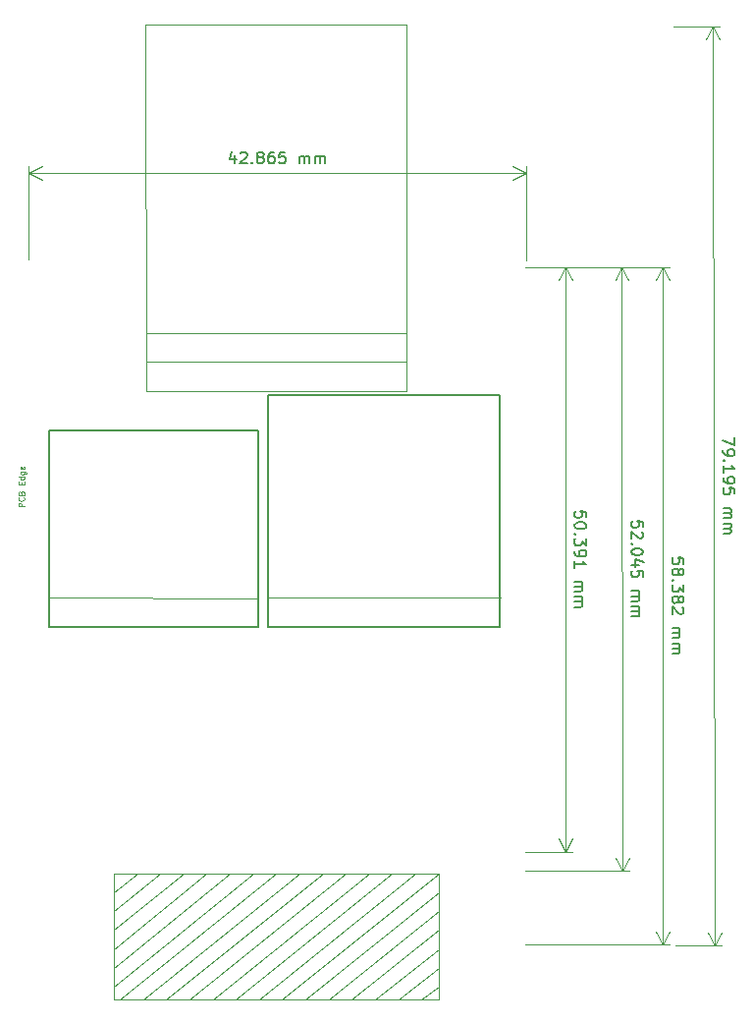
<source format=gbr>
%TF.GenerationSoftware,KiCad,Pcbnew,(5.1.10)-1*%
%TF.CreationDate,2021-06-27T19:43:52+02:00*%
%TF.ProjectId,clip,636c6970-2e6b-4696-9361-645f70636258,rev?*%
%TF.SameCoordinates,Original*%
%TF.FileFunction,OtherDrawing,Comment*%
%FSLAX46Y46*%
G04 Gerber Fmt 4.6, Leading zero omitted, Abs format (unit mm)*
G04 Created by KiCad (PCBNEW (5.1.10)-1) date 2021-06-27 19:43:52*
%MOMM*%
%LPD*%
G01*
G04 APERTURE LIST*
%ADD10C,0.150000*%
%ADD11C,0.120000*%
%ADD12C,0.100000*%
%ADD13C,0.080000*%
G04 APERTURE END LIST*
D10*
X188367319Y-87966748D02*
X188369029Y-88633412D01*
X187367933Y-88207408D01*
X187370132Y-89064548D02*
X187370621Y-89255024D01*
X187418484Y-89350139D01*
X187466225Y-89397636D01*
X187609326Y-89492507D01*
X187799924Y-89539638D01*
X188180875Y-89538660D01*
X188275991Y-89490797D01*
X188323487Y-89443056D01*
X188370862Y-89347696D01*
X188370373Y-89157220D01*
X188322510Y-89062105D01*
X188274769Y-89014608D01*
X188179409Y-88967233D01*
X187941315Y-88967844D01*
X187846199Y-89015708D01*
X187798702Y-89063449D01*
X187751328Y-89158809D01*
X187751816Y-89349284D01*
X187799680Y-89444400D01*
X187847421Y-89491897D01*
X187942781Y-89539271D01*
X187467691Y-89969063D02*
X187420195Y-90016804D01*
X187372454Y-89969307D01*
X187419950Y-89921566D01*
X187467691Y-89969063D01*
X187372454Y-89969307D01*
X187375019Y-90969304D02*
X187373553Y-90397877D01*
X187374286Y-90683591D02*
X188374283Y-90681025D01*
X188231182Y-90586154D01*
X188135700Y-90491160D01*
X188087837Y-90396045D01*
X187376241Y-91445493D02*
X187376730Y-91635968D01*
X187424593Y-91731084D01*
X187472334Y-91778581D01*
X187615435Y-91873452D01*
X187806033Y-91920582D01*
X188186984Y-91919605D01*
X188282100Y-91871741D01*
X188329597Y-91824000D01*
X188376971Y-91728640D01*
X188376482Y-91538165D01*
X188328619Y-91443049D01*
X188280878Y-91395553D01*
X188185518Y-91348178D01*
X187947424Y-91348789D01*
X187852308Y-91396652D01*
X187804811Y-91444393D01*
X187757437Y-91539753D01*
X187757926Y-91730229D01*
X187805789Y-91825344D01*
X187853530Y-91872841D01*
X187948890Y-91920216D01*
X188379781Y-92823875D02*
X188378559Y-92347686D01*
X187902248Y-92301289D01*
X187949989Y-92348786D01*
X187997853Y-92443901D01*
X187998464Y-92681996D01*
X187951089Y-92777356D01*
X187903592Y-92825097D01*
X187808477Y-92872960D01*
X187570382Y-92873571D01*
X187475022Y-92826196D01*
X187427281Y-92778700D01*
X187379418Y-92683584D01*
X187378807Y-92445490D01*
X187426182Y-92350130D01*
X187473678Y-92302389D01*
X187382961Y-94064532D02*
X188049626Y-94062821D01*
X187954388Y-94063066D02*
X188002129Y-94110562D01*
X188049992Y-94205678D01*
X188050359Y-94348535D01*
X188002984Y-94443895D01*
X187907869Y-94491758D01*
X187384061Y-94493102D01*
X187907869Y-94491758D02*
X188003229Y-94539132D01*
X188051092Y-94634248D01*
X188051459Y-94777105D01*
X188004084Y-94872465D01*
X187908968Y-94920328D01*
X187385161Y-94921672D01*
X187386382Y-95397861D02*
X188053047Y-95396150D01*
X187957809Y-95396395D02*
X188005550Y-95443891D01*
X188053413Y-95539007D01*
X188053780Y-95681864D01*
X188006405Y-95777224D01*
X187911290Y-95825087D01*
X187387482Y-95826431D01*
X187911290Y-95825087D02*
X188006650Y-95872461D01*
X188054513Y-95967577D01*
X188054880Y-96110434D01*
X188007505Y-96205794D01*
X187912389Y-96253657D01*
X187388582Y-96255001D01*
D11*
X186458858Y-52564545D02*
X186662058Y-131759205D01*
X183059569Y-52573267D02*
X187045277Y-52563040D01*
X183262769Y-131767927D02*
X187248477Y-131757700D01*
X186662058Y-131759205D02*
X186072749Y-130634210D01*
X186662058Y-131759205D02*
X187245586Y-130631200D01*
X186458858Y-52564545D02*
X185875330Y-53692550D01*
X186458858Y-52564545D02*
X187048167Y-53689540D01*
D10*
X183972506Y-98841075D02*
X183972340Y-98364885D01*
X183496133Y-98317432D01*
X183543769Y-98365034D01*
X183591421Y-98460256D01*
X183591504Y-98698351D01*
X183543918Y-98793606D01*
X183496315Y-98841241D01*
X183401094Y-98888893D01*
X183162999Y-98888976D01*
X183067744Y-98841390D01*
X183020108Y-98793788D01*
X182972456Y-98698566D01*
X182972373Y-98460471D01*
X183019959Y-98365217D01*
X183067562Y-98317581D01*
X183544150Y-99460272D02*
X183591736Y-99365018D01*
X183639338Y-99317382D01*
X183734560Y-99269730D01*
X183782179Y-99269713D01*
X183877434Y-99317299D01*
X183925069Y-99364902D01*
X183972721Y-99460123D01*
X183972788Y-99650599D01*
X183925202Y-99745854D01*
X183877599Y-99793490D01*
X183782378Y-99841142D01*
X183734759Y-99841158D01*
X183639504Y-99793572D01*
X183591868Y-99745970D01*
X183544216Y-99650748D01*
X183544150Y-99460272D01*
X183496498Y-99365051D01*
X183448862Y-99317448D01*
X183353607Y-99269862D01*
X183163131Y-99269929D01*
X183067910Y-99317581D01*
X183020307Y-99365216D01*
X182972721Y-99460471D01*
X182972788Y-99650947D01*
X183020440Y-99746169D01*
X183068076Y-99793771D01*
X183163330Y-99841357D01*
X183353806Y-99841291D01*
X183449028Y-99793639D01*
X183496630Y-99746003D01*
X183544216Y-99650748D01*
X183068241Y-100269962D02*
X183020639Y-100317597D01*
X182973003Y-100269995D01*
X183020606Y-100222359D01*
X183068241Y-100269962D01*
X182973003Y-100269995D01*
X183973136Y-100650599D02*
X183973351Y-101269647D01*
X183592283Y-100936446D01*
X183592333Y-101079303D01*
X183544747Y-101174558D01*
X183497144Y-101222193D01*
X183401923Y-101269846D01*
X183163827Y-101269929D01*
X183068573Y-101222343D01*
X183020937Y-101174740D01*
X182973285Y-101079519D01*
X182973185Y-100793804D01*
X183020771Y-100698550D01*
X183068374Y-100650914D01*
X183544979Y-101841224D02*
X183592565Y-101745970D01*
X183640167Y-101698334D01*
X183735389Y-101650682D01*
X183783008Y-101650665D01*
X183878262Y-101698251D01*
X183925898Y-101745854D01*
X183973550Y-101841075D01*
X183973616Y-102031551D01*
X183926030Y-102126806D01*
X183878428Y-102174442D01*
X183783206Y-102222094D01*
X183735587Y-102222111D01*
X183640333Y-102174525D01*
X183592697Y-102126922D01*
X183545045Y-102031701D01*
X183544979Y-101841224D01*
X183497326Y-101746003D01*
X183449691Y-101698400D01*
X183354436Y-101650815D01*
X183163960Y-101650881D01*
X183068738Y-101698533D01*
X183021136Y-101746169D01*
X182973550Y-101841423D01*
X182973616Y-102031900D01*
X183021269Y-102127121D01*
X183068904Y-102174724D01*
X183164159Y-102222309D01*
X183354635Y-102222243D01*
X183449857Y-102174591D01*
X183497459Y-102126955D01*
X183545045Y-102031701D01*
X183878577Y-102603013D02*
X183926213Y-102650616D01*
X183973865Y-102745837D01*
X183973948Y-102983932D01*
X183926362Y-103079187D01*
X183878759Y-103126823D01*
X183783538Y-103174475D01*
X183688300Y-103174508D01*
X183545426Y-103126939D01*
X182973799Y-102555709D01*
X182974014Y-103174757D01*
X182974429Y-104365233D02*
X183641095Y-104365001D01*
X183545857Y-104365034D02*
X183593493Y-104412636D01*
X183641145Y-104507858D01*
X183641195Y-104650715D01*
X183593609Y-104745970D01*
X183498387Y-104793622D01*
X182974578Y-104793804D01*
X183498387Y-104793622D02*
X183593642Y-104841208D01*
X183641294Y-104936429D01*
X183641344Y-105079286D01*
X183593758Y-105174541D01*
X183498536Y-105222193D01*
X182974727Y-105222376D01*
X182974893Y-105698566D02*
X183641559Y-105698334D01*
X183546321Y-105698367D02*
X183593957Y-105745970D01*
X183641609Y-105841191D01*
X183641659Y-105984048D01*
X183594073Y-106079303D01*
X183498851Y-106126955D01*
X182975042Y-106127137D01*
X183498851Y-106126955D02*
X183594106Y-106174541D01*
X183641758Y-106269762D01*
X183641808Y-106412620D01*
X183594222Y-106507874D01*
X183499000Y-106555526D01*
X182975191Y-106555709D01*
D11*
X182145987Y-73269806D02*
X182166307Y-131651706D01*
X170324780Y-73273920D02*
X182732408Y-73269601D01*
X170345100Y-131655820D02*
X182752728Y-131651501D01*
X182166307Y-131651706D02*
X181579494Y-130525406D01*
X182166307Y-131651706D02*
X182752336Y-130524998D01*
X182145987Y-73269806D02*
X181559958Y-74396514D01*
X182145987Y-73269806D02*
X182732800Y-74396106D01*
X137596880Y-81424780D02*
X160060640Y-81424780D01*
X137607040Y-78940660D02*
X160070800Y-78940660D01*
X160065720Y-52417980D02*
X160050480Y-83949540D01*
X137607040Y-83969860D02*
X160055560Y-83949540D01*
X137612120Y-83969860D02*
X137571480Y-52407820D01*
X137515600Y-52407820D02*
X160080960Y-52423060D01*
D10*
X145272865Y-63698293D02*
X145271996Y-64364959D01*
X145035267Y-63317031D02*
X144796241Y-64031005D01*
X145415288Y-64031812D01*
X145749366Y-63460819D02*
X145797047Y-63413262D01*
X145892347Y-63365767D01*
X146130442Y-63366077D01*
X146225618Y-63413821D01*
X146273175Y-63461502D01*
X146320670Y-63556802D01*
X146320546Y-63652040D01*
X146272740Y-63794835D01*
X145700567Y-64365518D01*
X146319614Y-64366325D01*
X146748310Y-64271645D02*
X146795867Y-64319327D01*
X146748185Y-64366884D01*
X146700629Y-64319202D01*
X146748310Y-64271645D01*
X146748185Y-64366884D01*
X147367977Y-63796262D02*
X147272802Y-63748519D01*
X147225245Y-63700838D01*
X147177750Y-63605538D01*
X147177812Y-63557919D01*
X147225555Y-63462743D01*
X147273236Y-63415186D01*
X147368536Y-63367691D01*
X147559012Y-63367940D01*
X147654188Y-63415683D01*
X147701745Y-63463364D01*
X147749240Y-63558664D01*
X147749178Y-63606283D01*
X147701435Y-63701459D01*
X147653754Y-63749016D01*
X147558453Y-63796511D01*
X147367977Y-63796262D01*
X147272677Y-63843757D01*
X147224996Y-63891314D01*
X147177253Y-63986490D01*
X147177005Y-64176966D01*
X147224500Y-64272266D01*
X147272057Y-64319947D01*
X147367233Y-64367691D01*
X147557709Y-64367939D01*
X147653009Y-64320444D01*
X147700690Y-64272887D01*
X147748433Y-64177711D01*
X147748681Y-63987235D01*
X147701186Y-63891935D01*
X147653629Y-63844254D01*
X147558453Y-63796511D01*
X148606630Y-63369305D02*
X148416154Y-63369057D01*
X148320854Y-63416552D01*
X148273173Y-63464109D01*
X148177749Y-63606842D01*
X148129882Y-63797256D01*
X148129385Y-64178208D01*
X148176880Y-64273508D01*
X148224437Y-64321189D01*
X148319613Y-64368932D01*
X148510089Y-64369180D01*
X148605389Y-64321686D01*
X148653070Y-64274129D01*
X148700813Y-64178953D01*
X148701123Y-63940858D01*
X148653629Y-63845558D01*
X148606072Y-63797876D01*
X148510896Y-63750133D01*
X148320420Y-63749885D01*
X148225120Y-63797380D01*
X148177439Y-63844937D01*
X148129695Y-63940113D01*
X149606629Y-63370609D02*
X149130439Y-63369988D01*
X149082200Y-63846116D01*
X149129881Y-63798559D01*
X149225181Y-63751064D01*
X149463276Y-63751375D01*
X149558452Y-63799118D01*
X149606009Y-63846799D01*
X149653504Y-63942099D01*
X149653193Y-64180194D01*
X149605450Y-64275370D01*
X149557769Y-64322927D01*
X149462469Y-64370422D01*
X149224374Y-64370112D01*
X149129198Y-64322368D01*
X149081641Y-64274687D01*
X150843420Y-64372222D02*
X150844289Y-63705556D01*
X150844165Y-63800794D02*
X150891846Y-63753237D01*
X150987146Y-63705742D01*
X151130003Y-63705929D01*
X151225179Y-63753672D01*
X151272674Y-63848972D01*
X151271991Y-64372781D01*
X151272674Y-63848972D02*
X151320417Y-63753796D01*
X151415717Y-63706301D01*
X151558574Y-63706487D01*
X151653750Y-63754230D01*
X151701245Y-63849530D01*
X151700562Y-64373340D01*
X152176752Y-64373960D02*
X152177621Y-63707294D01*
X152177497Y-63802532D02*
X152225178Y-63754975D01*
X152320478Y-63707480D01*
X152463335Y-63707667D01*
X152558511Y-63755410D01*
X152606006Y-63850710D01*
X152605323Y-64374519D01*
X152606006Y-63850710D02*
X152653749Y-63755534D01*
X152749049Y-63708039D01*
X152891906Y-63708225D01*
X152987082Y-63755969D01*
X153034577Y-63851269D01*
X153033894Y-64375078D01*
D11*
X127505074Y-65159418D02*
X170370114Y-65215298D01*
X127495300Y-72656700D02*
X127505838Y-64572998D01*
X170360340Y-72712580D02*
X170370878Y-64628878D01*
X170370114Y-65215298D02*
X169242847Y-65800250D01*
X170370114Y-65215298D02*
X169244376Y-64627409D01*
X127505074Y-65159418D02*
X128630812Y-65747307D01*
X127505074Y-65159418D02*
X128632341Y-64574466D01*
D10*
X175568859Y-94847862D02*
X175568859Y-94371671D01*
X175092668Y-94324052D01*
X175140287Y-94371671D01*
X175187906Y-94466910D01*
X175187906Y-94705005D01*
X175140287Y-94800243D01*
X175092668Y-94847862D01*
X174997430Y-94895481D01*
X174759335Y-94895481D01*
X174664097Y-94847862D01*
X174616478Y-94800243D01*
X174568859Y-94705005D01*
X174568859Y-94466910D01*
X174616478Y-94371671D01*
X174664097Y-94324052D01*
X175568859Y-95514529D02*
X175568859Y-95609767D01*
X175521240Y-95705005D01*
X175473620Y-95752624D01*
X175378382Y-95800243D01*
X175187906Y-95847862D01*
X174949811Y-95847862D01*
X174759335Y-95800243D01*
X174664097Y-95752624D01*
X174616478Y-95705005D01*
X174568859Y-95609767D01*
X174568859Y-95514529D01*
X174616478Y-95419290D01*
X174664097Y-95371671D01*
X174759335Y-95324052D01*
X174949811Y-95276433D01*
X175187906Y-95276433D01*
X175378382Y-95324052D01*
X175473620Y-95371671D01*
X175521240Y-95419290D01*
X175568859Y-95514529D01*
X174664097Y-96276433D02*
X174616478Y-96324052D01*
X174568859Y-96276433D01*
X174616478Y-96228814D01*
X174664097Y-96276433D01*
X174568859Y-96276433D01*
X175568859Y-96657386D02*
X175568859Y-97276433D01*
X175187906Y-96943100D01*
X175187906Y-97085957D01*
X175140287Y-97181195D01*
X175092668Y-97228814D01*
X174997430Y-97276433D01*
X174759335Y-97276433D01*
X174664097Y-97228814D01*
X174616478Y-97181195D01*
X174568859Y-97085957D01*
X174568859Y-96800243D01*
X174616478Y-96705005D01*
X174664097Y-96657386D01*
X174568859Y-97752624D02*
X174568859Y-97943100D01*
X174616478Y-98038338D01*
X174664097Y-98085957D01*
X174806954Y-98181195D01*
X174997430Y-98228814D01*
X175378382Y-98228814D01*
X175473620Y-98181195D01*
X175521240Y-98133576D01*
X175568859Y-98038338D01*
X175568859Y-97847862D01*
X175521240Y-97752624D01*
X175473620Y-97705005D01*
X175378382Y-97657386D01*
X175140287Y-97657386D01*
X175045049Y-97705005D01*
X174997430Y-97752624D01*
X174949811Y-97847862D01*
X174949811Y-98038338D01*
X174997430Y-98133576D01*
X175045049Y-98181195D01*
X175140287Y-98228814D01*
X174568859Y-99181195D02*
X174568859Y-98609767D01*
X174568859Y-98895481D02*
X175568859Y-98895481D01*
X175426001Y-98800243D01*
X175330763Y-98705005D01*
X175283144Y-98609767D01*
X174568859Y-100371671D02*
X175235525Y-100371671D01*
X175140287Y-100371671D02*
X175187906Y-100419290D01*
X175235525Y-100514529D01*
X175235525Y-100657386D01*
X175187906Y-100752624D01*
X175092668Y-100800243D01*
X174568859Y-100800243D01*
X175092668Y-100800243D02*
X175187906Y-100847862D01*
X175235525Y-100943100D01*
X175235525Y-101085957D01*
X175187906Y-101181195D01*
X175092668Y-101228814D01*
X174568859Y-101228814D01*
X174568859Y-101705005D02*
X175235525Y-101705005D01*
X175140287Y-101705005D02*
X175187906Y-101752624D01*
X175235525Y-101847862D01*
X175235525Y-101990719D01*
X175187906Y-102085957D01*
X175092668Y-102133576D01*
X174568859Y-102133576D01*
X175092668Y-102133576D02*
X175187906Y-102181195D01*
X175235525Y-102276433D01*
X175235525Y-102419290D01*
X175187906Y-102514529D01*
X175092668Y-102562148D01*
X174568859Y-102562148D01*
D11*
X173751240Y-73271380D02*
X173751240Y-123662440D01*
X170324780Y-73271380D02*
X174337661Y-73271380D01*
X170324780Y-123662440D02*
X174337661Y-123662440D01*
X173751240Y-123662440D02*
X173164819Y-122535936D01*
X173751240Y-123662440D02*
X174337661Y-122535936D01*
X173751240Y-73271380D02*
X173164819Y-74397884D01*
X173751240Y-73271380D02*
X174337661Y-74397884D01*
D10*
X180472924Y-95677734D02*
X180472831Y-95201544D01*
X179996631Y-95154017D01*
X180044260Y-95201627D01*
X180091897Y-95296856D01*
X180091944Y-95534951D01*
X180044343Y-95630199D01*
X179996734Y-95677827D01*
X179901505Y-95725465D01*
X179663410Y-95725511D01*
X179568162Y-95677911D01*
X179520534Y-95630301D01*
X179472896Y-95535072D01*
X179472850Y-95296977D01*
X179520450Y-95201729D01*
X179568060Y-95154101D01*
X180377770Y-96106324D02*
X180425398Y-96153934D01*
X180473036Y-96249163D01*
X180473082Y-96487258D01*
X180425482Y-96582505D01*
X180377872Y-96630134D01*
X180282643Y-96677771D01*
X180187405Y-96677790D01*
X180044539Y-96630199D01*
X179472998Y-96058882D01*
X179473119Y-96677929D01*
X179568441Y-97106482D02*
X179520831Y-97154110D01*
X179473203Y-97106501D01*
X179520813Y-97058872D01*
X179568441Y-97106482D01*
X179473203Y-97106501D01*
X180473333Y-97772972D02*
X180473352Y-97868210D01*
X180425751Y-97963458D01*
X180378141Y-98011086D01*
X180282913Y-98058724D01*
X180092446Y-98106380D01*
X179854351Y-98106426D01*
X179663865Y-98058844D01*
X179568618Y-98011244D01*
X179520989Y-97963634D01*
X179473352Y-97868405D01*
X179473333Y-97773167D01*
X179520934Y-97677920D01*
X179568543Y-97630292D01*
X179663772Y-97582654D01*
X179854239Y-97534998D01*
X180092334Y-97534951D01*
X180282820Y-97582533D01*
X180378067Y-97630134D01*
X180425695Y-97677743D01*
X180473333Y-97772972D01*
X180140232Y-98963513D02*
X179473565Y-98963643D01*
X180521138Y-98725344D02*
X179806806Y-98487388D01*
X179806927Y-99106436D01*
X180473761Y-99963448D02*
X180473668Y-99487258D01*
X179997468Y-99439732D01*
X180045096Y-99487341D01*
X180092734Y-99582570D01*
X180092780Y-99820665D01*
X180045180Y-99915913D01*
X179997570Y-99963541D01*
X179902341Y-100011179D01*
X179664246Y-100011225D01*
X179568999Y-99963625D01*
X179521370Y-99916015D01*
X179473733Y-99820786D01*
X179473686Y-99582691D01*
X179521287Y-99487444D01*
X179568897Y-99439815D01*
X179474002Y-101201739D02*
X180140669Y-101201609D01*
X180045431Y-101201627D02*
X180093059Y-101249237D01*
X180140697Y-101344466D01*
X180140725Y-101487323D01*
X180093124Y-101582570D01*
X179997896Y-101630208D01*
X179474086Y-101630310D01*
X179997896Y-101630208D02*
X180093143Y-101677808D01*
X180140781Y-101773037D01*
X180140808Y-101915894D01*
X180093208Y-102011142D01*
X179997979Y-102058779D01*
X179474170Y-102058882D01*
X179474263Y-102535072D02*
X180140929Y-102534942D01*
X180045691Y-102534960D02*
X180093320Y-102582570D01*
X180140957Y-102677799D01*
X180140985Y-102820656D01*
X180093385Y-102915904D01*
X179998156Y-102963541D01*
X179474346Y-102963643D01*
X179998156Y-102963541D02*
X180093403Y-103011142D01*
X180141041Y-103106370D01*
X180141069Y-103249228D01*
X180093468Y-103344475D01*
X179998240Y-103392113D01*
X179474430Y-103392215D01*
D11*
X178650932Y-73274837D02*
X178661092Y-125319437D01*
X170334940Y-73276460D02*
X179237353Y-73274722D01*
X170345100Y-125321060D02*
X179247513Y-125319322D01*
X178661092Y-125319437D02*
X178074451Y-124193048D01*
X178661092Y-125319437D02*
X179247293Y-124192819D01*
X178650932Y-73274837D02*
X178064731Y-74401455D01*
X178650932Y-73274837D02*
X179237573Y-74401226D01*
D10*
X147248100Y-95303960D02*
X147248100Y-96303960D01*
X147248100Y-94303960D02*
X147248100Y-95303960D01*
X147248100Y-93303960D02*
X147248100Y-94303960D01*
X147248100Y-96303960D02*
X147248100Y-97303960D01*
X148151400Y-84318360D02*
X148151400Y-104318360D01*
D11*
X148133400Y-101785360D02*
X168173400Y-101785360D01*
X129247100Y-101781960D02*
X147217100Y-101811960D01*
D10*
X168151400Y-84318360D02*
X148151400Y-84318360D01*
X168151400Y-104318360D02*
X168151400Y-84318360D01*
X148151400Y-104318360D02*
X168151400Y-104318360D01*
X129248100Y-104303960D02*
X129248100Y-87400760D01*
X147248100Y-104303960D02*
X129248100Y-104303960D01*
X147248100Y-103303960D02*
X147248100Y-104303960D01*
X147248100Y-102303960D02*
X147248100Y-103303960D01*
X147248100Y-101303960D02*
X147248100Y-102303960D01*
X147248100Y-100303960D02*
X147248100Y-101303960D01*
X147248100Y-99303960D02*
X147248100Y-100303960D01*
X147248100Y-98303960D02*
X147248100Y-99303960D01*
X147248100Y-97303960D02*
X147248100Y-98303960D01*
X147248100Y-92303960D02*
X147248100Y-93303960D01*
X147248100Y-91303960D02*
X147248100Y-92303960D01*
X147248100Y-90303960D02*
X147248100Y-91303960D01*
X147248100Y-89303960D02*
X147248100Y-90303960D01*
X147248100Y-88303960D02*
X147248100Y-89303960D01*
X147248100Y-87401960D02*
X147248100Y-88903960D01*
X129248100Y-87401960D02*
X147248100Y-87401960D01*
D12*
%TO.C,U3*%
X134830000Y-127185000D02*
X136830000Y-125570000D01*
X134830000Y-128800000D02*
X138830000Y-125570000D01*
X134830000Y-130415000D02*
X140830000Y-125570000D01*
X134830000Y-132030000D02*
X142830000Y-125570000D01*
X134830000Y-133645000D02*
X144830000Y-125570000D01*
X134830000Y-135260000D02*
X146830000Y-125570000D01*
X135355000Y-136350000D02*
X148830000Y-125570000D01*
X137355000Y-136350000D02*
X150830000Y-125570000D01*
X139355000Y-136350000D02*
X152830000Y-125570000D01*
X141355000Y-136350000D02*
X154830000Y-125570000D01*
X156830000Y-125570000D02*
X143355000Y-136350000D01*
X145355000Y-136350000D02*
X158830000Y-125570000D01*
X147355000Y-136350000D02*
X160830000Y-125570000D01*
X149355000Y-136350000D02*
X162830000Y-125570000D01*
X151355000Y-136350000D02*
X162830000Y-127185000D01*
X153355000Y-136350000D02*
X162830000Y-128800000D01*
X155355000Y-136350000D02*
X162830000Y-130415000D01*
X157355000Y-136350000D02*
X162830000Y-132030000D01*
X159355000Y-136350000D02*
X162830000Y-133645000D01*
X161355000Y-136350000D02*
X162830000Y-135260000D01*
X134830000Y-136350000D02*
X162830000Y-136350000D01*
X134830000Y-125570000D02*
X134830000Y-136350000D01*
X134830000Y-125570000D02*
X162830000Y-125570000D01*
X162830000Y-125570000D02*
X162830000Y-136350000D01*
%TD*%
%TO.C,USB1*%
D13*
X127103310Y-93911205D02*
X126603310Y-93911205D01*
X126603310Y-93720729D01*
X126627120Y-93673110D01*
X126650929Y-93649300D01*
X126698548Y-93625491D01*
X126769977Y-93625491D01*
X126817596Y-93649300D01*
X126841405Y-93673110D01*
X126865215Y-93720729D01*
X126865215Y-93911205D01*
X127055691Y-93125491D02*
X127079500Y-93149300D01*
X127103310Y-93220729D01*
X127103310Y-93268348D01*
X127079500Y-93339777D01*
X127031881Y-93387396D01*
X126984262Y-93411205D01*
X126889024Y-93435015D01*
X126817596Y-93435015D01*
X126722358Y-93411205D01*
X126674739Y-93387396D01*
X126627120Y-93339777D01*
X126603310Y-93268348D01*
X126603310Y-93220729D01*
X126627120Y-93149300D01*
X126650929Y-93125491D01*
X126841405Y-92744539D02*
X126865215Y-92673110D01*
X126889024Y-92649300D01*
X126936643Y-92625491D01*
X127008072Y-92625491D01*
X127055691Y-92649300D01*
X127079500Y-92673110D01*
X127103310Y-92720729D01*
X127103310Y-92911205D01*
X126603310Y-92911205D01*
X126603310Y-92744539D01*
X126627120Y-92696920D01*
X126650929Y-92673110D01*
X126698548Y-92649300D01*
X126746167Y-92649300D01*
X126793786Y-92673110D01*
X126817596Y-92696920D01*
X126841405Y-92744539D01*
X126841405Y-92911205D01*
X126841405Y-92030253D02*
X126841405Y-91863586D01*
X127103310Y-91792158D02*
X127103310Y-92030253D01*
X126603310Y-92030253D01*
X126603310Y-91792158D01*
X127103310Y-91363586D02*
X126603310Y-91363586D01*
X127079500Y-91363586D02*
X127103310Y-91411205D01*
X127103310Y-91506443D01*
X127079500Y-91554062D01*
X127055691Y-91577872D01*
X127008072Y-91601681D01*
X126865215Y-91601681D01*
X126817596Y-91577872D01*
X126793786Y-91554062D01*
X126769977Y-91506443D01*
X126769977Y-91411205D01*
X126793786Y-91363586D01*
X126769977Y-90911205D02*
X127174739Y-90911205D01*
X127222358Y-90935015D01*
X127246167Y-90958824D01*
X127269977Y-91006443D01*
X127269977Y-91077872D01*
X127246167Y-91125491D01*
X127079500Y-90911205D02*
X127103310Y-90958824D01*
X127103310Y-91054062D01*
X127079500Y-91101681D01*
X127055691Y-91125491D01*
X127008072Y-91149300D01*
X126865215Y-91149300D01*
X126817596Y-91125491D01*
X126793786Y-91101681D01*
X126769977Y-91054062D01*
X126769977Y-90958824D01*
X126793786Y-90911205D01*
X127079500Y-90482634D02*
X127103310Y-90530253D01*
X127103310Y-90625491D01*
X127079500Y-90673110D01*
X127031881Y-90696920D01*
X126841405Y-90696920D01*
X126793786Y-90673110D01*
X126769977Y-90625491D01*
X126769977Y-90530253D01*
X126793786Y-90482634D01*
X126841405Y-90458824D01*
X126889024Y-90458824D01*
X126936643Y-90696920D01*
%TD*%
M02*

</source>
